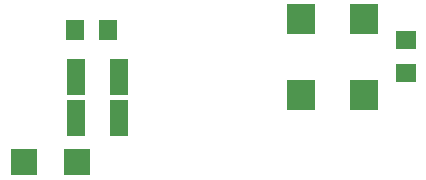
<source format=gbp>
G04 Layer_Color=128*
%FSAX25Y25*%
%MOIN*%
G70*
G01*
G75*
%ADD10R,0.07087X0.06299*%
%ADD11R,0.06299X0.07087*%
%ADD15R,0.09055X0.09055*%
%ADD28R,0.06000X0.12000*%
%ADD29R,0.09449X0.10236*%
D10*
X0358300Y0286212D02*
D03*
Y0275188D02*
D03*
D11*
X0259012Y0289500D02*
D03*
X0247988D02*
D03*
D15*
X0231042Y0245513D02*
D03*
X0248758D02*
D03*
D28*
X0262702Y0274000D02*
D03*
X0248498D02*
D03*
X0262802Y0260200D02*
D03*
X0248598D02*
D03*
D29*
X0323600Y0267989D02*
D03*
Y0293186D02*
D03*
X0344300Y0268002D02*
D03*
Y0293198D02*
D03*
M02*

</source>
